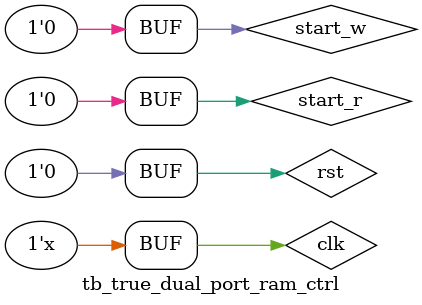
<source format=v>
`timescale 1ns / 1ps

module tb_true_dual_port_ram_ctrl(

    );
    
reg clk;
reg rst;
reg start_w;
reg start_r;
wire [15:0] douta;
wire [15:0] doutb;
wire done_w;
wire done_r;

    
    
always #5 clk = ~clk;

true_dual_port_ram_ctrl true_dual_port_ram_uut(
.clk(clk),
.rst(rst),
.start_w(start_w),
.start_r(start_r),
.douta(douta),
.doutb(doutb),
.done_w(done_w),
.done_r(done_r)
);


// clk, rst
initial begin
clk = 0; rst = 0; 
#800 rst = 1;
#10 rst = 0;
end


// start_w, start_r
initial begin
start_w = 0;
start_r = 0;
#1000 start_w = 1;
#10 start_w = 0;
#600 start_r = 1;
#10 start_r = 0;
end




endmodule
</source>
